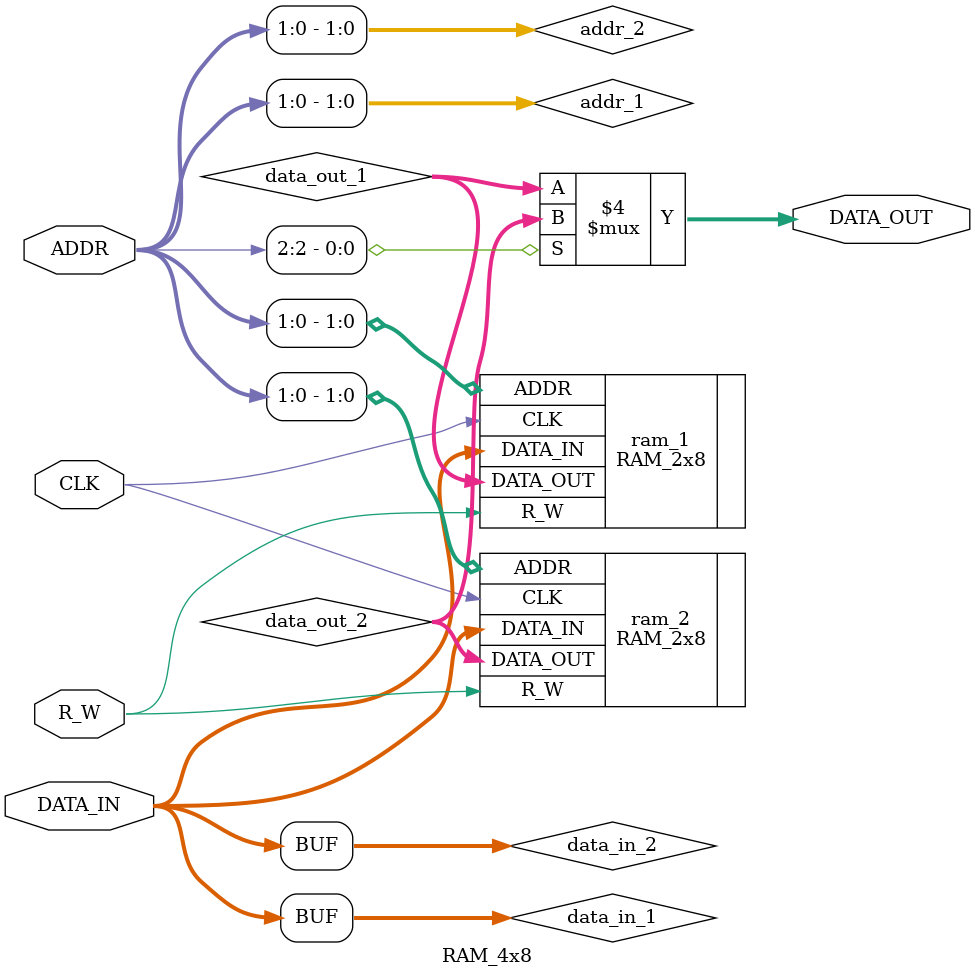
<source format=v>
module RAM_4x8 (
    input wire CLK,
    input wire R_W,
    input wire [2:0] ADDR,
    input wire [7:0] DATA_IN,
    output reg [7:0] DATA_OUT
);

wire [1:0] addr_1, addr_2;
wire [7:0] data_in_1, data_in_2;
wire [7:0] data_out_1, data_out_2;

// Divide o endereço e os dados de entrada em duas partes para as duas memórias RAM 2x8
assign addr_1 = ADDR[1:0];
assign addr_2 = ADDR[1:0];
assign data_in_1 = DATA_IN;
assign data_in_2 = DATA_IN;

// Instancia duas memórias RAM 2x8
RAM_2x8 ram_1 (
    .CLK(CLK),
    .R_W(R_W),
    .ADDR(addr_1),
    .DATA_IN(data_in_1),
    .DATA_OUT(data_out_1)
);

RAM_2x8 ram_2 (
    .CLK(CLK),
    .R_W(R_W),
    .ADDR(addr_2),
    .DATA_IN(data_in_2),
    .DATA_OUT(data_out_2)
);

// Seleciona a saída correta com base no bit de endereço mais significativo
always @* begin
    if (ADDR[2] == 1'b0) // Se o bit de endereço mais significativo for 0, seleciona a saída da primeira memória
        DATA_OUT = data_out_1;
    else // Senão, seleciona a saída da segunda memória
        DATA_OUT = data_out_2;
end

endmodule

</source>
